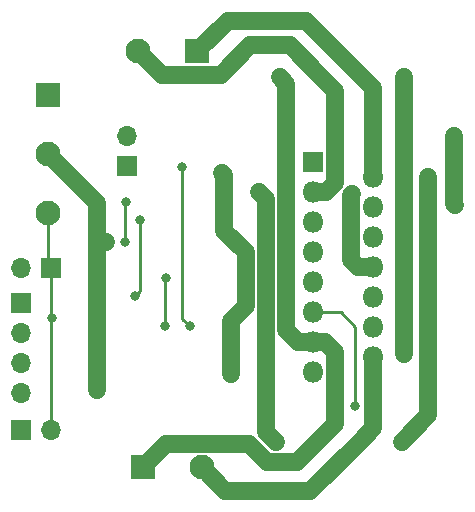
<source format=gbr>
%TF.GenerationSoftware,KiCad,Pcbnew,7.0.7*%
%TF.CreationDate,2024-07-20T22:06:26+09:00*%
%TF.ProjectId,l298n_copy,6c323938-6e5f-4636-9f70-792e6b696361,rev?*%
%TF.SameCoordinates,Original*%
%TF.FileFunction,Copper,L2,Bot*%
%TF.FilePolarity,Positive*%
%FSLAX46Y46*%
G04 Gerber Fmt 4.6, Leading zero omitted, Abs format (unit mm)*
G04 Created by KiCad (PCBNEW 7.0.7) date 2024-07-20 22:06:26*
%MOMM*%
%LPD*%
G01*
G04 APERTURE LIST*
%TA.AperFunction,ComponentPad*%
%ADD10R,2.100000X2.100000*%
%TD*%
%TA.AperFunction,ComponentPad*%
%ADD11C,2.100000*%
%TD*%
%TA.AperFunction,ComponentPad*%
%ADD12O,1.700000X1.700000*%
%TD*%
%TA.AperFunction,ComponentPad*%
%ADD13R,1.700000X1.700000*%
%TD*%
%TA.AperFunction,ComponentPad*%
%ADD14R,1.800000X1.800000*%
%TD*%
%TA.AperFunction,ComponentPad*%
%ADD15O,1.800000X1.800000*%
%TD*%
%TA.AperFunction,ViaPad*%
%ADD16C,0.800000*%
%TD*%
%TA.AperFunction,Conductor*%
%ADD17C,1.500000*%
%TD*%
%TA.AperFunction,Conductor*%
%ADD18C,0.250000*%
%TD*%
G04 APERTURE END LIST*
D10*
%TO.P,J2,1,1*%
%TO.N,Net-(D3-A)*%
X82930000Y-109560000D03*
D11*
%TO.P,J2,2,2*%
%TO.N,Net-(D4-A)*%
X87930000Y-109560000D03*
%TD*%
D12*
%TO.P,J6,2,Pin_2*%
%TO.N,Net-(J6-Pin_2)*%
X72660000Y-92670000D03*
D13*
%TO.P,J6,1,Pin_1*%
%TO.N,+5V*%
X75200000Y-92670000D03*
%TD*%
%TO.P,J4,1,Pin_1*%
%TO.N,Net-(J4-Pin_1)*%
X81640000Y-84035000D03*
D12*
%TO.P,J4,2,Pin_2*%
%TO.N,VCC*%
X81640000Y-81495000D03*
%TD*%
D10*
%TO.P,J1,1,1*%
%TO.N,Net-(D1-A)*%
X87560000Y-74327500D03*
D11*
%TO.P,J1,2,2*%
%TO.N,Net-(D2-A)*%
X82560000Y-74327500D03*
%TD*%
D13*
%TO.P,J7,1,Pin_1*%
%TO.N,Net-(J7-Pin_1)*%
X72660000Y-95610000D03*
D12*
%TO.P,J7,2,Pin_2*%
%TO.N,Net-(J7-Pin_2)*%
X72660000Y-98150000D03*
%TO.P,J7,3,Pin_3*%
%TO.N,Net-(J7-Pin_3)*%
X72660000Y-100690000D03*
%TO.P,J7,4,Pin_4*%
%TO.N,Net-(J7-Pin_4)*%
X72660000Y-103230000D03*
%TD*%
D13*
%TO.P,J5,1,Pin_1*%
%TO.N,Net-(J5-Pin_1)*%
X72660000Y-106410000D03*
D12*
%TO.P,J5,2,Pin_2*%
%TO.N,+5V*%
X75200000Y-106410000D03*
%TD*%
D10*
%TO.P,J3,1,1*%
%TO.N,VCC*%
X74920000Y-78040000D03*
D11*
%TO.P,J3,2,2*%
%TO.N,GND*%
X74920000Y-83040000D03*
%TO.P,J3,3,3*%
%TO.N,+5V*%
X74920000Y-88040000D03*
%TD*%
D14*
%TO.P,U1,1,SENSE_A*%
%TO.N,GND*%
X97390000Y-83710000D03*
D15*
%TO.P,U1,2,OUT1*%
%TO.N,Net-(D1-A)*%
X102470000Y-84980000D03*
%TO.P,U1,3,OUT2*%
%TO.N,Net-(D2-A)*%
X97390000Y-86250000D03*
%TO.P,U1,4,Vs*%
%TO.N,VCC*%
X102470000Y-87520000D03*
%TO.P,U1,5,IN1*%
%TO.N,Net-(J7-Pin_1)*%
X97390000Y-88790000D03*
%TO.P,U1,6,EnA*%
%TO.N,Net-(J6-Pin_2)*%
X102470000Y-90060000D03*
%TO.P,U1,7,IN2*%
%TO.N,Net-(J7-Pin_2)*%
X97390000Y-91330000D03*
%TO.P,U1,8,GND*%
%TO.N,GND*%
X102470000Y-92600000D03*
%TO.P,U1,9,Vss*%
%TO.N,+5V*%
X97390000Y-93870000D03*
%TO.P,U1,10,IN3*%
%TO.N,Net-(J7-Pin_3)*%
X102470000Y-95140000D03*
%TO.P,U1,11,EnB*%
%TO.N,Net-(J5-Pin_1)*%
X97390000Y-96410000D03*
%TO.P,U1,12,IN4*%
%TO.N,Net-(J7-Pin_4)*%
X102470000Y-97680000D03*
%TO.P,U1,13,OUT3*%
%TO.N,Net-(D3-A)*%
X97390000Y-98950000D03*
%TO.P,U1,14,OUT4*%
%TO.N,Net-(D4-A)*%
X102470000Y-100220000D03*
%TO.P,U1,15,SENSE_B*%
%TO.N,GND*%
X97390000Y-101490000D03*
%TD*%
D16*
%TO.N,VCC*%
X109340000Y-87330000D03*
X109300000Y-81520000D03*
%TO.N,Net-(J7-Pin_2)*%
X84860000Y-97560000D03*
X84910000Y-93550000D03*
%TO.N,+5V*%
X82700000Y-88645000D03*
X82260000Y-95067500D03*
%TO.N,GND*%
X79100000Y-103020000D03*
X100400000Y-86180000D03*
X89640000Y-84610000D03*
X89860000Y-89537500D03*
X91675000Y-95900000D03*
X90430000Y-101680000D03*
%TO.N,+5V*%
X75290000Y-96920000D03*
%TO.N,GND*%
X79795000Y-90480000D03*
%TO.N,Net-(D9-A)*%
X81540000Y-87080000D03*
X81445000Y-90480000D03*
%TO.N,Net-(J4-Pin_1)*%
X86910000Y-97630000D03*
X86250000Y-84170000D03*
%TO.N,Net-(J5-Pin_1)*%
X100940000Y-104350000D03*
%TO.N,Net-(D2-A)*%
X94200000Y-107382500D03*
X92790000Y-86270000D03*
%TO.N,Net-(D3-A)*%
X97720000Y-107390000D03*
X94520000Y-76520020D03*
%TO.N,Net-(D2-A)*%
X98060000Y-76530000D03*
%TO.N,Net-(D1-A)*%
X107090000Y-84990000D03*
X104850000Y-107380000D03*
X101520000Y-76520000D03*
%TO.N,Net-(D4-A)*%
X101300000Y-107382500D03*
X105060000Y-76480000D03*
X105060003Y-99929997D03*
%TD*%
D17*
%TO.N,VCC*%
X109300000Y-87290000D02*
X109340000Y-87330000D01*
X109300000Y-81520000D02*
X109300000Y-87290000D01*
D18*
%TO.N,Net-(J7-Pin_2)*%
X84860000Y-93600000D02*
X84910000Y-93550000D01*
X84860000Y-97560000D02*
X84860000Y-93600000D01*
%TO.N,+5V*%
X82260000Y-95067500D02*
X82700000Y-94627500D01*
X82700000Y-94627500D02*
X82700000Y-88645000D01*
D17*
%TO.N,GND*%
X79110000Y-90480000D02*
X79100000Y-90490000D01*
X79795000Y-90480000D02*
X79110000Y-90480000D01*
X79100000Y-90490000D02*
X79100000Y-87220000D01*
X79100000Y-103020000D02*
X79100000Y-90490000D01*
X79100000Y-87220000D02*
X74920000Y-83040000D01*
X100602082Y-86512082D02*
X100667082Y-86447082D01*
X100602082Y-92004874D02*
X100602082Y-86512082D01*
X101197208Y-92600000D02*
X100602082Y-92004874D01*
X102470000Y-92600000D02*
X101197208Y-92600000D01*
X89860000Y-84830000D02*
X89640000Y-84610000D01*
X89860000Y-89537500D02*
X89860000Y-84830000D01*
X91675000Y-91352500D02*
X89860000Y-89537500D01*
X91675000Y-95900000D02*
X91675000Y-91352500D01*
X90430000Y-97145000D02*
X91675000Y-95900000D01*
X90430000Y-101680000D02*
X90430000Y-97145000D01*
%TO.N,Net-(D3-A)*%
X95075000Y-77075020D02*
X94520000Y-76520020D01*
X96117208Y-98950000D02*
X95075000Y-97907792D01*
X97390000Y-98950000D02*
X96117208Y-98950000D01*
%TO.N,Net-(D2-A)*%
X93375000Y-86855000D02*
X93375000Y-106557500D01*
X92790000Y-86270000D02*
X93375000Y-86855000D01*
X93375000Y-106557500D02*
X94200000Y-107382500D01*
%TO.N,Net-(D3-A)*%
X95075000Y-97907792D02*
X95075000Y-77075020D01*
D18*
%TO.N,+5V*%
X75200000Y-97010000D02*
X75290000Y-96920000D01*
X75200000Y-106410000D02*
X75200000Y-97010000D01*
X75200000Y-96830000D02*
X75290000Y-96920000D01*
X75200000Y-92670000D02*
X75200000Y-96830000D01*
X74920000Y-92390000D02*
X75200000Y-92670000D01*
X74920000Y-88040000D02*
X74920000Y-92390000D01*
%TO.N,Net-(D9-A)*%
X81540000Y-87080000D02*
X81445000Y-87175000D01*
X81445000Y-87175000D02*
X81445000Y-90480000D01*
%TO.N,Net-(J4-Pin_1)*%
X86250000Y-96970000D02*
X86910000Y-97630000D01*
X86250000Y-84170000D02*
X86250000Y-96970000D01*
%TO.N,Net-(J5-Pin_1)*%
X99700000Y-96410000D02*
X97390000Y-96410000D01*
X100940000Y-97650000D02*
X99700000Y-96410000D01*
X100940000Y-104350000D02*
X100940000Y-97650000D01*
D17*
%TO.N,Net-(D3-A)*%
X99240000Y-105870000D02*
X97720000Y-107390000D01*
X99240000Y-99780280D02*
X99240000Y-105870000D01*
X97390000Y-98950000D02*
X98409720Y-98950000D01*
X98409720Y-98950000D02*
X99240000Y-99780280D01*
%TO.N,Net-(D2-A)*%
X89560000Y-76327500D02*
X92047500Y-73840000D01*
X84560000Y-76327500D02*
X89560000Y-76327500D01*
X95370000Y-73840000D02*
X98060000Y-76530000D01*
X82560000Y-74327500D02*
X84560000Y-76327500D01*
X92047500Y-73840000D02*
X95370000Y-73840000D01*
%TO.N,Net-(D1-A)*%
X96740000Y-71740000D02*
X101520000Y-76520000D01*
X90147500Y-71740000D02*
X96740000Y-71740000D01*
X87560000Y-74327500D02*
X90147500Y-71740000D01*
%TO.N,Net-(D4-A)*%
X97122500Y-111560000D02*
X101300000Y-107382500D01*
X89930000Y-111560000D02*
X97122500Y-111560000D01*
X87930000Y-109560000D02*
X89930000Y-111560000D01*
%TO.N,Net-(D3-A)*%
X91973337Y-107560000D02*
X93495837Y-109082500D01*
X96027500Y-109082500D02*
X97720000Y-107390000D01*
X84930000Y-107560000D02*
X91973337Y-107560000D01*
X93495837Y-109082500D02*
X96027500Y-109082500D01*
X82930000Y-109560000D02*
X84930000Y-107560000D01*
%TO.N,Net-(D2-A)*%
X99240000Y-77710000D02*
X98060000Y-76530000D01*
X99240000Y-85470000D02*
X99240000Y-77710000D01*
X98460000Y-86250000D02*
X99240000Y-85470000D01*
X97390000Y-86250000D02*
X98460000Y-86250000D01*
%TO.N,Net-(D1-A)*%
X107090000Y-84990000D02*
X107090000Y-105140000D01*
X107090000Y-105140000D02*
X104850000Y-107380000D01*
X102470000Y-84980000D02*
X102470000Y-77470000D01*
X102470000Y-77470000D02*
X101520000Y-76520000D01*
%TO.N,Net-(D4-A)*%
X102470000Y-106212500D02*
X101300000Y-107382500D01*
X102470000Y-100220000D02*
X102470000Y-106212500D01*
X105060000Y-99929994D02*
X105060003Y-99929997D01*
X105060000Y-76480000D02*
X105060000Y-99929994D01*
%TD*%
M02*

</source>
